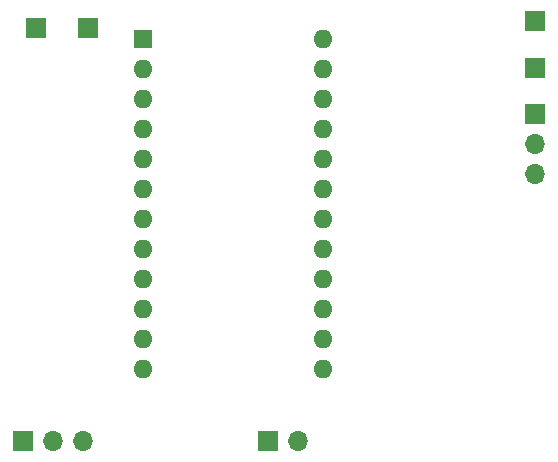
<source format=gbr>
%TF.GenerationSoftware,KiCad,Pcbnew,9.0.1*%
%TF.CreationDate,2025-05-26T15:55:47+03:00*%
%TF.ProjectId,KeyboardSecurity,4b657962-6f61-4726-9453-656375726974,rev?*%
%TF.SameCoordinates,Original*%
%TF.FileFunction,Soldermask,Bot*%
%TF.FilePolarity,Negative*%
%FSLAX46Y46*%
G04 Gerber Fmt 4.6, Leading zero omitted, Abs format (unit mm)*
G04 Created by KiCad (PCBNEW 9.0.1) date 2025-05-26 15:55:47*
%MOMM*%
%LPD*%
G01*
G04 APERTURE LIST*
%ADD10R,1.700000X1.700000*%
%ADD11R,1.600000X1.600000*%
%ADD12O,1.600000X1.600000*%
%ADD13O,1.700000X1.700000*%
G04 APERTURE END LIST*
D10*
%TO.C,J5*%
X143794000Y-76000000D03*
%TD*%
%TO.C,J4*%
X143794000Y-72000000D03*
%TD*%
D11*
%TO.C,U1*%
X110591600Y-73482200D03*
D12*
X110591600Y-76022200D03*
X110591600Y-78562200D03*
X110591600Y-81102200D03*
X110591600Y-83642200D03*
X110591600Y-86182200D03*
X110591600Y-88722200D03*
X110591600Y-91262200D03*
X110591600Y-93802200D03*
X110591600Y-96342200D03*
X110591600Y-98882200D03*
X110591600Y-101422200D03*
X125831600Y-101422200D03*
X125831600Y-98882200D03*
X125831600Y-96342200D03*
X125831600Y-93802200D03*
X125831600Y-91262200D03*
X125831600Y-88722200D03*
X125831600Y-86182200D03*
X125831600Y-83642200D03*
X125831600Y-81102200D03*
X125831600Y-78562200D03*
X125831600Y-76022200D03*
X125831600Y-73482200D03*
%TD*%
D10*
%TO.C,SW1*%
X121153000Y-107543600D03*
D13*
X123693000Y-107543600D03*
%TD*%
D10*
%TO.C,D1*%
X100457000Y-107543600D03*
D13*
X102997000Y-107543600D03*
X105537000Y-107543600D03*
%TD*%
D10*
%TO.C,J2*%
X105918000Y-72567800D03*
%TD*%
%TO.C,J3*%
X101498400Y-72567800D03*
%TD*%
%TO.C,J1*%
X143764000Y-79857600D03*
D13*
X143764000Y-82397600D03*
X143764000Y-84937600D03*
%TD*%
M02*

</source>
